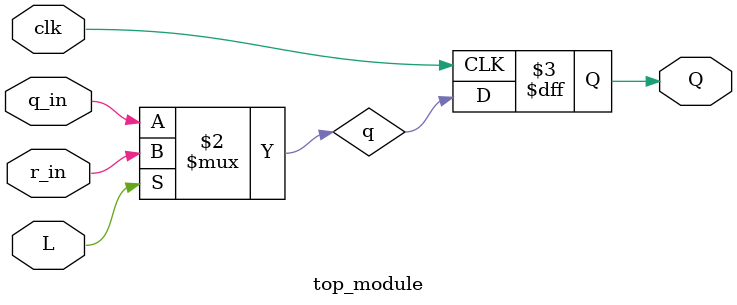
<source format=v>
module top_module (
	input clk,
	input L,
	input r_in,
	input q_in,
	output reg Q);
    wire q;
    
    always @ (posedge clk) begin
    	Q <= q;	   
    end
    
    assign q = (L) ? r_in:q_in;

endmodule
</source>
